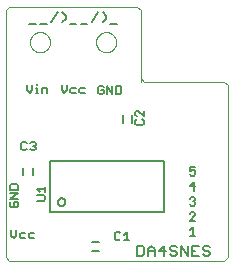
<source format=gto>
G75*
%MOIN*%
%OFA0B0*%
%FSLAX25Y25*%
%IPPOS*%
%LPD*%
%AMOC8*
5,1,8,0,0,1.08239X$1,22.5*
%
%ADD10C,0.00000*%
%ADD11C,0.00500*%
%ADD12C,0.00700*%
%ADD13C,0.00800*%
%ADD14C,0.00600*%
D10*
X0004100Y0003487D02*
X0005350Y0002238D01*
X0076913Y0002238D01*
X0078163Y0003487D01*
X0078163Y0060675D01*
X0076913Y0061925D01*
X0050350Y0061925D01*
X0049100Y0063175D01*
X0049100Y0061925D01*
X0049100Y0063175D02*
X0049100Y0085675D01*
X0047850Y0086925D01*
X0005350Y0086925D01*
X0004100Y0085675D01*
X0004100Y0003487D01*
X0012230Y0075055D02*
X0012232Y0075170D01*
X0012238Y0075286D01*
X0012248Y0075401D01*
X0012262Y0075516D01*
X0012280Y0075630D01*
X0012302Y0075743D01*
X0012327Y0075856D01*
X0012357Y0075967D01*
X0012390Y0076078D01*
X0012427Y0076187D01*
X0012468Y0076295D01*
X0012513Y0076402D01*
X0012561Y0076507D01*
X0012613Y0076610D01*
X0012669Y0076711D01*
X0012728Y0076811D01*
X0012790Y0076908D01*
X0012856Y0077003D01*
X0012924Y0077096D01*
X0012996Y0077186D01*
X0013071Y0077274D01*
X0013150Y0077359D01*
X0013231Y0077441D01*
X0013314Y0077521D01*
X0013401Y0077597D01*
X0013490Y0077671D01*
X0013581Y0077741D01*
X0013675Y0077809D01*
X0013771Y0077873D01*
X0013870Y0077933D01*
X0013970Y0077990D01*
X0014072Y0078044D01*
X0014176Y0078094D01*
X0014282Y0078141D01*
X0014389Y0078184D01*
X0014498Y0078223D01*
X0014608Y0078258D01*
X0014719Y0078289D01*
X0014831Y0078317D01*
X0014944Y0078341D01*
X0015058Y0078361D01*
X0015173Y0078377D01*
X0015288Y0078389D01*
X0015403Y0078397D01*
X0015518Y0078401D01*
X0015634Y0078401D01*
X0015749Y0078397D01*
X0015864Y0078389D01*
X0015979Y0078377D01*
X0016094Y0078361D01*
X0016208Y0078341D01*
X0016321Y0078317D01*
X0016433Y0078289D01*
X0016544Y0078258D01*
X0016654Y0078223D01*
X0016763Y0078184D01*
X0016870Y0078141D01*
X0016976Y0078094D01*
X0017080Y0078044D01*
X0017182Y0077990D01*
X0017282Y0077933D01*
X0017381Y0077873D01*
X0017477Y0077809D01*
X0017571Y0077741D01*
X0017662Y0077671D01*
X0017751Y0077597D01*
X0017838Y0077521D01*
X0017921Y0077441D01*
X0018002Y0077359D01*
X0018081Y0077274D01*
X0018156Y0077186D01*
X0018228Y0077096D01*
X0018296Y0077003D01*
X0018362Y0076908D01*
X0018424Y0076811D01*
X0018483Y0076711D01*
X0018539Y0076610D01*
X0018591Y0076507D01*
X0018639Y0076402D01*
X0018684Y0076295D01*
X0018725Y0076187D01*
X0018762Y0076078D01*
X0018795Y0075967D01*
X0018825Y0075856D01*
X0018850Y0075743D01*
X0018872Y0075630D01*
X0018890Y0075516D01*
X0018904Y0075401D01*
X0018914Y0075286D01*
X0018920Y0075170D01*
X0018922Y0075055D01*
X0018920Y0074940D01*
X0018914Y0074824D01*
X0018904Y0074709D01*
X0018890Y0074594D01*
X0018872Y0074480D01*
X0018850Y0074367D01*
X0018825Y0074254D01*
X0018795Y0074143D01*
X0018762Y0074032D01*
X0018725Y0073923D01*
X0018684Y0073815D01*
X0018639Y0073708D01*
X0018591Y0073603D01*
X0018539Y0073500D01*
X0018483Y0073399D01*
X0018424Y0073299D01*
X0018362Y0073202D01*
X0018296Y0073107D01*
X0018228Y0073014D01*
X0018156Y0072924D01*
X0018081Y0072836D01*
X0018002Y0072751D01*
X0017921Y0072669D01*
X0017838Y0072589D01*
X0017751Y0072513D01*
X0017662Y0072439D01*
X0017571Y0072369D01*
X0017477Y0072301D01*
X0017381Y0072237D01*
X0017282Y0072177D01*
X0017182Y0072120D01*
X0017080Y0072066D01*
X0016976Y0072016D01*
X0016870Y0071969D01*
X0016763Y0071926D01*
X0016654Y0071887D01*
X0016544Y0071852D01*
X0016433Y0071821D01*
X0016321Y0071793D01*
X0016208Y0071769D01*
X0016094Y0071749D01*
X0015979Y0071733D01*
X0015864Y0071721D01*
X0015749Y0071713D01*
X0015634Y0071709D01*
X0015518Y0071709D01*
X0015403Y0071713D01*
X0015288Y0071721D01*
X0015173Y0071733D01*
X0015058Y0071749D01*
X0014944Y0071769D01*
X0014831Y0071793D01*
X0014719Y0071821D01*
X0014608Y0071852D01*
X0014498Y0071887D01*
X0014389Y0071926D01*
X0014282Y0071969D01*
X0014176Y0072016D01*
X0014072Y0072066D01*
X0013970Y0072120D01*
X0013870Y0072177D01*
X0013771Y0072237D01*
X0013675Y0072301D01*
X0013581Y0072369D01*
X0013490Y0072439D01*
X0013401Y0072513D01*
X0013314Y0072589D01*
X0013231Y0072669D01*
X0013150Y0072751D01*
X0013071Y0072836D01*
X0012996Y0072924D01*
X0012924Y0073014D01*
X0012856Y0073107D01*
X0012790Y0073202D01*
X0012728Y0073299D01*
X0012669Y0073399D01*
X0012613Y0073500D01*
X0012561Y0073603D01*
X0012513Y0073708D01*
X0012468Y0073815D01*
X0012427Y0073923D01*
X0012390Y0074032D01*
X0012357Y0074143D01*
X0012327Y0074254D01*
X0012302Y0074367D01*
X0012280Y0074480D01*
X0012262Y0074594D01*
X0012248Y0074709D01*
X0012238Y0074824D01*
X0012232Y0074940D01*
X0012230Y0075055D01*
X0034278Y0075055D02*
X0034280Y0075170D01*
X0034286Y0075286D01*
X0034296Y0075401D01*
X0034310Y0075516D01*
X0034328Y0075630D01*
X0034350Y0075743D01*
X0034375Y0075856D01*
X0034405Y0075967D01*
X0034438Y0076078D01*
X0034475Y0076187D01*
X0034516Y0076295D01*
X0034561Y0076402D01*
X0034609Y0076507D01*
X0034661Y0076610D01*
X0034717Y0076711D01*
X0034776Y0076811D01*
X0034838Y0076908D01*
X0034904Y0077003D01*
X0034972Y0077096D01*
X0035044Y0077186D01*
X0035119Y0077274D01*
X0035198Y0077359D01*
X0035279Y0077441D01*
X0035362Y0077521D01*
X0035449Y0077597D01*
X0035538Y0077671D01*
X0035629Y0077741D01*
X0035723Y0077809D01*
X0035819Y0077873D01*
X0035918Y0077933D01*
X0036018Y0077990D01*
X0036120Y0078044D01*
X0036224Y0078094D01*
X0036330Y0078141D01*
X0036437Y0078184D01*
X0036546Y0078223D01*
X0036656Y0078258D01*
X0036767Y0078289D01*
X0036879Y0078317D01*
X0036992Y0078341D01*
X0037106Y0078361D01*
X0037221Y0078377D01*
X0037336Y0078389D01*
X0037451Y0078397D01*
X0037566Y0078401D01*
X0037682Y0078401D01*
X0037797Y0078397D01*
X0037912Y0078389D01*
X0038027Y0078377D01*
X0038142Y0078361D01*
X0038256Y0078341D01*
X0038369Y0078317D01*
X0038481Y0078289D01*
X0038592Y0078258D01*
X0038702Y0078223D01*
X0038811Y0078184D01*
X0038918Y0078141D01*
X0039024Y0078094D01*
X0039128Y0078044D01*
X0039230Y0077990D01*
X0039330Y0077933D01*
X0039429Y0077873D01*
X0039525Y0077809D01*
X0039619Y0077741D01*
X0039710Y0077671D01*
X0039799Y0077597D01*
X0039886Y0077521D01*
X0039969Y0077441D01*
X0040050Y0077359D01*
X0040129Y0077274D01*
X0040204Y0077186D01*
X0040276Y0077096D01*
X0040344Y0077003D01*
X0040410Y0076908D01*
X0040472Y0076811D01*
X0040531Y0076711D01*
X0040587Y0076610D01*
X0040639Y0076507D01*
X0040687Y0076402D01*
X0040732Y0076295D01*
X0040773Y0076187D01*
X0040810Y0076078D01*
X0040843Y0075967D01*
X0040873Y0075856D01*
X0040898Y0075743D01*
X0040920Y0075630D01*
X0040938Y0075516D01*
X0040952Y0075401D01*
X0040962Y0075286D01*
X0040968Y0075170D01*
X0040970Y0075055D01*
X0040968Y0074940D01*
X0040962Y0074824D01*
X0040952Y0074709D01*
X0040938Y0074594D01*
X0040920Y0074480D01*
X0040898Y0074367D01*
X0040873Y0074254D01*
X0040843Y0074143D01*
X0040810Y0074032D01*
X0040773Y0073923D01*
X0040732Y0073815D01*
X0040687Y0073708D01*
X0040639Y0073603D01*
X0040587Y0073500D01*
X0040531Y0073399D01*
X0040472Y0073299D01*
X0040410Y0073202D01*
X0040344Y0073107D01*
X0040276Y0073014D01*
X0040204Y0072924D01*
X0040129Y0072836D01*
X0040050Y0072751D01*
X0039969Y0072669D01*
X0039886Y0072589D01*
X0039799Y0072513D01*
X0039710Y0072439D01*
X0039619Y0072369D01*
X0039525Y0072301D01*
X0039429Y0072237D01*
X0039330Y0072177D01*
X0039230Y0072120D01*
X0039128Y0072066D01*
X0039024Y0072016D01*
X0038918Y0071969D01*
X0038811Y0071926D01*
X0038702Y0071887D01*
X0038592Y0071852D01*
X0038481Y0071821D01*
X0038369Y0071793D01*
X0038256Y0071769D01*
X0038142Y0071749D01*
X0038027Y0071733D01*
X0037912Y0071721D01*
X0037797Y0071713D01*
X0037682Y0071709D01*
X0037566Y0071709D01*
X0037451Y0071713D01*
X0037336Y0071721D01*
X0037221Y0071733D01*
X0037106Y0071749D01*
X0036992Y0071769D01*
X0036879Y0071793D01*
X0036767Y0071821D01*
X0036656Y0071852D01*
X0036546Y0071887D01*
X0036437Y0071926D01*
X0036330Y0071969D01*
X0036224Y0072016D01*
X0036120Y0072066D01*
X0036018Y0072120D01*
X0035918Y0072177D01*
X0035819Y0072237D01*
X0035723Y0072301D01*
X0035629Y0072369D01*
X0035538Y0072439D01*
X0035449Y0072513D01*
X0035362Y0072589D01*
X0035279Y0072669D01*
X0035198Y0072751D01*
X0035119Y0072836D01*
X0035044Y0072924D01*
X0034972Y0073014D01*
X0034904Y0073107D01*
X0034838Y0073202D01*
X0034776Y0073299D01*
X0034717Y0073399D01*
X0034661Y0073500D01*
X0034609Y0073603D01*
X0034561Y0073708D01*
X0034516Y0073815D01*
X0034475Y0073923D01*
X0034438Y0074032D01*
X0034405Y0074143D01*
X0034375Y0074254D01*
X0034350Y0074367D01*
X0034328Y0074480D01*
X0034310Y0074594D01*
X0034296Y0074709D01*
X0034286Y0074824D01*
X0034280Y0074940D01*
X0034278Y0075055D01*
D11*
X0035425Y0060502D02*
X0034975Y0060052D01*
X0034975Y0058250D01*
X0035425Y0057800D01*
X0036326Y0057800D01*
X0036777Y0058250D01*
X0036777Y0059151D01*
X0035876Y0059151D01*
X0036777Y0060052D02*
X0036326Y0060502D01*
X0035425Y0060502D01*
X0037922Y0060502D02*
X0037922Y0057800D01*
X0039723Y0057800D02*
X0037922Y0060502D01*
X0039723Y0060502D02*
X0039723Y0057800D01*
X0040868Y0057800D02*
X0042219Y0057800D01*
X0042670Y0058250D01*
X0042670Y0060052D01*
X0042219Y0060502D01*
X0040868Y0060502D01*
X0040868Y0057800D01*
X0047398Y0051785D02*
X0047398Y0050884D01*
X0047848Y0050434D01*
X0047848Y0049289D02*
X0047398Y0048839D01*
X0047398Y0047938D01*
X0047848Y0047487D01*
X0049650Y0047487D01*
X0050100Y0047938D01*
X0050100Y0048839D01*
X0049650Y0049289D01*
X0050100Y0050434D02*
X0048298Y0052236D01*
X0047848Y0052236D01*
X0047398Y0051785D01*
X0050100Y0052236D02*
X0050100Y0050434D01*
X0065600Y0033315D02*
X0065600Y0031964D01*
X0066501Y0032414D01*
X0066951Y0032414D01*
X0067402Y0031964D01*
X0067402Y0031063D01*
X0066951Y0030612D01*
X0066050Y0030612D01*
X0065600Y0031063D01*
X0065600Y0033315D02*
X0067402Y0033315D01*
X0066951Y0028315D02*
X0065600Y0026964D01*
X0067402Y0026964D01*
X0066951Y0028315D02*
X0066951Y0025612D01*
X0066951Y0023315D02*
X0066050Y0023315D01*
X0065600Y0022864D01*
X0066501Y0021964D02*
X0066951Y0021964D01*
X0067402Y0021513D01*
X0067402Y0021063D01*
X0066951Y0020613D01*
X0066050Y0020613D01*
X0065600Y0021063D01*
X0066951Y0021964D02*
X0067402Y0022414D01*
X0067402Y0022864D01*
X0066951Y0023315D01*
X0066951Y0018315D02*
X0066050Y0018315D01*
X0065600Y0017864D01*
X0066951Y0018315D02*
X0067402Y0017864D01*
X0067402Y0017414D01*
X0065600Y0015612D01*
X0067402Y0015612D01*
X0066501Y0013315D02*
X0066501Y0010613D01*
X0065600Y0010613D02*
X0067402Y0010613D01*
X0065600Y0012414D02*
X0066501Y0013315D01*
X0066203Y0007240D02*
X0066203Y0003737D01*
X0068539Y0003737D01*
X0069886Y0004321D02*
X0070470Y0003737D01*
X0071638Y0003737D01*
X0072222Y0004321D01*
X0072222Y0004905D01*
X0071638Y0005489D01*
X0070470Y0005489D01*
X0069886Y0006073D01*
X0069886Y0006657D01*
X0070470Y0007240D01*
X0071638Y0007240D01*
X0072222Y0006657D01*
X0068539Y0007240D02*
X0066203Y0007240D01*
X0066203Y0005489D02*
X0067371Y0005489D01*
X0064855Y0003737D02*
X0064855Y0007240D01*
X0062520Y0007240D02*
X0062520Y0003737D01*
X0061172Y0004321D02*
X0060588Y0003737D01*
X0059421Y0003737D01*
X0058837Y0004321D01*
X0059421Y0005489D02*
X0058837Y0006073D01*
X0058837Y0006657D01*
X0059421Y0007240D01*
X0060588Y0007240D01*
X0061172Y0006657D01*
X0060588Y0005489D02*
X0061172Y0004905D01*
X0061172Y0004321D01*
X0060588Y0005489D02*
X0059421Y0005489D01*
X0057489Y0005489D02*
X0055154Y0005489D01*
X0056905Y0007240D01*
X0056905Y0003737D01*
X0053806Y0003737D02*
X0053806Y0006073D01*
X0052638Y0007240D01*
X0051471Y0006073D01*
X0051471Y0003737D01*
X0050123Y0004321D02*
X0050123Y0006657D01*
X0049539Y0007240D01*
X0047787Y0007240D01*
X0047787Y0003737D01*
X0049539Y0003737D01*
X0050123Y0004321D01*
X0051471Y0005489D02*
X0053806Y0005489D01*
X0045348Y0009050D02*
X0043547Y0009050D01*
X0042402Y0009500D02*
X0041951Y0009050D01*
X0041050Y0009050D01*
X0040600Y0009500D01*
X0040600Y0011302D01*
X0041050Y0011752D01*
X0041951Y0011752D01*
X0042402Y0011302D01*
X0043547Y0010852D02*
X0044447Y0011752D01*
X0044447Y0009050D01*
X0062520Y0007240D02*
X0064855Y0003737D01*
X0017288Y0022625D02*
X0017288Y0023526D01*
X0016837Y0023977D01*
X0014585Y0023977D01*
X0015486Y0025122D02*
X0014585Y0026022D01*
X0017288Y0026022D01*
X0017288Y0025122D02*
X0017288Y0026923D01*
X0017288Y0022625D02*
X0016837Y0022175D01*
X0014585Y0022175D01*
X0008225Y0022934D02*
X0005523Y0022934D01*
X0008225Y0024736D01*
X0005523Y0024736D01*
X0005523Y0025881D02*
X0005523Y0027232D01*
X0005973Y0027682D01*
X0007775Y0027682D01*
X0008225Y0027232D01*
X0008225Y0025881D01*
X0005523Y0025881D01*
X0005973Y0021789D02*
X0005523Y0021339D01*
X0005523Y0020438D01*
X0005973Y0019988D01*
X0007775Y0019988D01*
X0008225Y0020438D01*
X0008225Y0021339D01*
X0007775Y0021789D01*
X0006874Y0021789D01*
X0006874Y0020888D01*
X0007714Y0012377D02*
X0007714Y0010576D01*
X0006813Y0009675D01*
X0005912Y0010576D01*
X0005912Y0012377D01*
X0008859Y0011026D02*
X0008859Y0010125D01*
X0009309Y0009675D01*
X0010661Y0009675D01*
X0011806Y0010125D02*
X0012256Y0009675D01*
X0013607Y0009675D01*
X0013607Y0011477D02*
X0012256Y0011477D01*
X0011806Y0011026D01*
X0011806Y0010125D01*
X0010661Y0011477D02*
X0009309Y0011477D01*
X0008859Y0011026D01*
X0009800Y0039050D02*
X0010701Y0039050D01*
X0011152Y0039500D01*
X0009800Y0039050D02*
X0009350Y0039500D01*
X0009350Y0041302D01*
X0009800Y0041752D01*
X0010701Y0041752D01*
X0011152Y0041302D01*
X0012297Y0041302D02*
X0012747Y0041752D01*
X0013648Y0041752D01*
X0014098Y0041302D01*
X0014098Y0040852D01*
X0013648Y0040401D01*
X0014098Y0039951D01*
X0014098Y0039500D01*
X0013648Y0039050D01*
X0012747Y0039050D01*
X0012297Y0039500D01*
X0013197Y0040401D02*
X0013648Y0040401D01*
X0014172Y0058112D02*
X0015072Y0058112D01*
X0014622Y0058112D02*
X0014622Y0059914D01*
X0014172Y0059914D01*
X0014622Y0060815D02*
X0014622Y0061265D01*
X0013027Y0060815D02*
X0013027Y0059013D01*
X0012126Y0058112D01*
X0011225Y0059013D01*
X0011225Y0060815D01*
X0016136Y0059914D02*
X0016136Y0058112D01*
X0016136Y0059914D02*
X0017487Y0059914D01*
X0017937Y0059464D01*
X0017937Y0058112D01*
X0022787Y0059013D02*
X0023688Y0058112D01*
X0024589Y0059013D01*
X0024589Y0060815D01*
X0025734Y0059464D02*
X0025734Y0058563D01*
X0026184Y0058112D01*
X0027536Y0058112D01*
X0028681Y0058563D02*
X0029131Y0058112D01*
X0030482Y0058112D01*
X0030482Y0059914D02*
X0029131Y0059914D01*
X0028681Y0059464D01*
X0028681Y0058563D01*
X0027536Y0059914D02*
X0026184Y0059914D01*
X0025734Y0059464D01*
X0022787Y0059013D02*
X0022787Y0060815D01*
D12*
X0025455Y0081100D02*
X0027657Y0081100D01*
X0029138Y0081100D02*
X0031340Y0081100D01*
X0032821Y0081650D02*
X0035023Y0084953D01*
X0036504Y0084953D02*
X0037605Y0083852D01*
X0037605Y0082751D01*
X0036504Y0081650D01*
X0038960Y0081100D02*
X0041162Y0081100D01*
X0024100Y0082751D02*
X0024100Y0083852D01*
X0022999Y0084953D01*
X0021518Y0084953D02*
X0019316Y0081650D01*
X0017835Y0081100D02*
X0015633Y0081100D01*
X0014152Y0081100D02*
X0011950Y0081100D01*
X0022999Y0081650D02*
X0024100Y0082751D01*
D13*
X0018952Y0035390D02*
X0018952Y0018460D01*
X0056748Y0018460D01*
X0056748Y0035390D01*
X0018952Y0035390D01*
X0021511Y0021807D02*
X0021513Y0021878D01*
X0021519Y0021949D01*
X0021529Y0022020D01*
X0021543Y0022089D01*
X0021560Y0022158D01*
X0021582Y0022226D01*
X0021607Y0022293D01*
X0021636Y0022358D01*
X0021668Y0022421D01*
X0021704Y0022483D01*
X0021743Y0022542D01*
X0021786Y0022599D01*
X0021831Y0022654D01*
X0021880Y0022706D01*
X0021931Y0022755D01*
X0021985Y0022801D01*
X0022042Y0022845D01*
X0022100Y0022885D01*
X0022161Y0022921D01*
X0022224Y0022955D01*
X0022289Y0022984D01*
X0022355Y0023010D01*
X0022423Y0023033D01*
X0022491Y0023051D01*
X0022561Y0023066D01*
X0022631Y0023077D01*
X0022702Y0023084D01*
X0022773Y0023087D01*
X0022844Y0023086D01*
X0022915Y0023081D01*
X0022986Y0023072D01*
X0023056Y0023059D01*
X0023125Y0023043D01*
X0023193Y0023022D01*
X0023260Y0022998D01*
X0023326Y0022970D01*
X0023389Y0022938D01*
X0023451Y0022903D01*
X0023511Y0022865D01*
X0023569Y0022823D01*
X0023624Y0022779D01*
X0023677Y0022731D01*
X0023727Y0022680D01*
X0023774Y0022627D01*
X0023818Y0022571D01*
X0023859Y0022513D01*
X0023897Y0022452D01*
X0023931Y0022390D01*
X0023961Y0022325D01*
X0023988Y0022260D01*
X0024012Y0022192D01*
X0024031Y0022124D01*
X0024047Y0022055D01*
X0024059Y0021984D01*
X0024067Y0021914D01*
X0024071Y0021843D01*
X0024071Y0021771D01*
X0024067Y0021700D01*
X0024059Y0021630D01*
X0024047Y0021559D01*
X0024031Y0021490D01*
X0024012Y0021422D01*
X0023988Y0021354D01*
X0023961Y0021289D01*
X0023931Y0021224D01*
X0023897Y0021162D01*
X0023859Y0021101D01*
X0023818Y0021043D01*
X0023774Y0020987D01*
X0023727Y0020934D01*
X0023677Y0020883D01*
X0023624Y0020835D01*
X0023569Y0020791D01*
X0023511Y0020749D01*
X0023451Y0020711D01*
X0023389Y0020676D01*
X0023326Y0020644D01*
X0023260Y0020616D01*
X0023193Y0020592D01*
X0023125Y0020571D01*
X0023056Y0020555D01*
X0022986Y0020542D01*
X0022915Y0020533D01*
X0022844Y0020528D01*
X0022773Y0020527D01*
X0022702Y0020530D01*
X0022631Y0020537D01*
X0022561Y0020548D01*
X0022491Y0020563D01*
X0022423Y0020581D01*
X0022355Y0020604D01*
X0022289Y0020630D01*
X0022224Y0020659D01*
X0022161Y0020693D01*
X0022100Y0020729D01*
X0022042Y0020769D01*
X0021985Y0020813D01*
X0021931Y0020859D01*
X0021880Y0020908D01*
X0021831Y0020960D01*
X0021786Y0021015D01*
X0021743Y0021072D01*
X0021704Y0021131D01*
X0021668Y0021193D01*
X0021636Y0021256D01*
X0021607Y0021321D01*
X0021582Y0021388D01*
X0021560Y0021456D01*
X0021543Y0021525D01*
X0021529Y0021594D01*
X0021519Y0021665D01*
X0021513Y0021736D01*
X0021511Y0021807D01*
D14*
X0013162Y0030675D02*
X0013162Y0033175D01*
X0010038Y0033175D02*
X0010038Y0030675D01*
X0032850Y0008488D02*
X0035350Y0008488D01*
X0035350Y0005363D02*
X0032850Y0005363D01*
X0043162Y0048175D02*
X0043162Y0050675D01*
X0046287Y0050675D02*
X0046287Y0048175D01*
M02*

</source>
